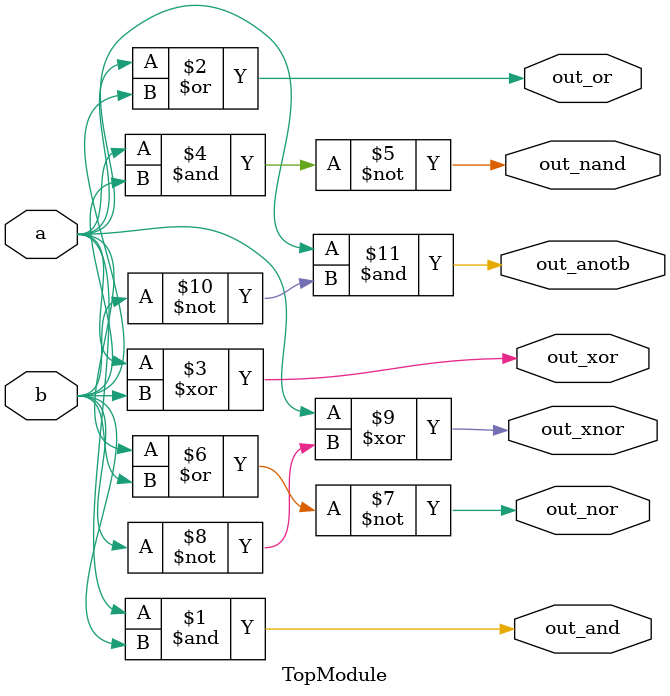
<source format=sv>

module TopModule (
  input a,
  input b,
  output out_and,
  output out_or,
  output out_xor,
  output out_nand,
  output out_nor,
  output out_xnor,
  output out_anotb
);

assign out_and = a & b;
assign out_or = a | b;
assign out_xor = a ^ b;
assign out_nand = ~(a & b);
assign out_nor = ~(a | b);
assign out_xnor = a ^ (~b); // XNOR with NOT on b
assign out_anotb = a & ~b;

endmodule

// VERILOG-EVAL: errant inclusion of module definition

</source>
